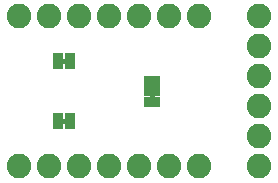
<source format=gbr>
G04 EAGLE Gerber RS-274X export*
G75*
%MOMM*%
%FSLAX34Y34*%
%LPD*%
%INSoldermask Bottom*%
%IPPOS*%
%AMOC8*
5,1,8,0,0,1.08239X$1,22.5*%
G01*
%ADD10C,0.406400*%
%ADD11C,2.082800*%
%ADD12R,1.473200X0.838200*%
%ADD13R,0.838200X1.473200*%


D10*
X138430Y67310D02*
X138430Y76200D01*
X68580Y101600D02*
X58420Y101600D01*
X58420Y50800D02*
X68580Y50800D01*
D11*
X228600Y12700D03*
X228600Y38100D03*
X228600Y63500D03*
X228600Y88900D03*
X228600Y114300D03*
X228600Y139700D03*
D12*
X138430Y85090D03*
X138430Y76200D03*
X138430Y67310D03*
D13*
X68580Y101600D03*
X58420Y101600D03*
X68580Y50800D03*
X58420Y50800D03*
D11*
X177800Y139700D03*
X152400Y139700D03*
X127000Y139700D03*
X101600Y139700D03*
X76200Y139700D03*
X50800Y139700D03*
X25400Y139700D03*
X177800Y12700D03*
X152400Y12700D03*
X127000Y12700D03*
X101600Y12700D03*
X76200Y12700D03*
X50800Y12700D03*
X25400Y12700D03*
M02*

</source>
